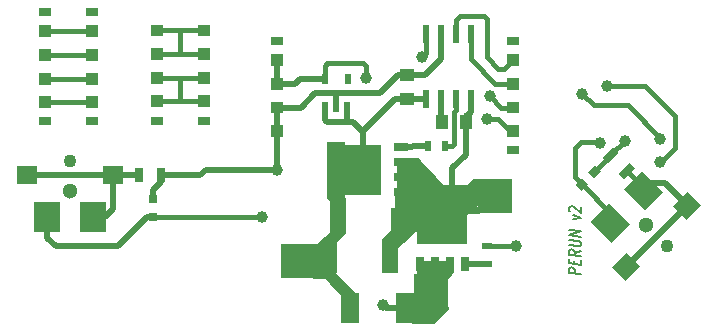
<source format=gbr>
G04 #@! TF.FileFunction,Copper,L1,Top,Signal*
%FSLAX46Y46*%
G04 Gerber Fmt 4.6, Leading zero omitted, Abs format (unit mm)*
G04 Created by KiCad (PCBNEW 4.0.0-rc2-stable) date 2016-09-06 13:17:37*
%MOMM*%
G01*
G04 APERTURE LIST*
%ADD10C,0.100000*%
%ADD11C,0.180000*%
%ADD12R,1.700000X1.600000*%
%ADD13R,2.200000X2.500000*%
%ADD14R,0.750000X0.800000*%
%ADD15R,0.500000X0.900000*%
%ADD16R,0.900000X0.500000*%
%ADD17R,1.000000X1.250000*%
%ADD18R,1.250000X1.000000*%
%ADD19C,1.300000*%
%ADD20C,1.100000*%
%ADD21R,1.000000X0.750000*%
%ADD22R,3.000000X3.000000*%
%ADD23R,1.150000X0.700000*%
%ADD24R,3.100000X4.200000*%
%ADD25R,1.500000X4.700000*%
%ADD26R,0.700000X1.150000*%
%ADD27R,4.200000X3.100000*%
%ADD28R,4.700000X1.500000*%
%ADD29R,0.600000X0.900000*%
%ADD30R,0.600000X1.520000*%
%ADD31R,1.500000X2.500000*%
%ADD32R,1.400000X2.100000*%
%ADD33R,0.700000X1.300000*%
%ADD34C,1.000000*%
%ADD35C,0.500000*%
%ADD36C,0.600000*%
%ADD37C,0.400000*%
%ADD38C,0.700000*%
G04 APERTURE END LIST*
D10*
D11*
X157202381Y-91094048D02*
X156202381Y-90969048D01*
X156202381Y-90664286D01*
X156250000Y-90594047D01*
X156297619Y-90561904D01*
X156392857Y-90535714D01*
X156535714Y-90553571D01*
X156630952Y-90603571D01*
X156678571Y-90647618D01*
X156726190Y-90729762D01*
X156726190Y-91034524D01*
X156678571Y-90228571D02*
X156678571Y-89961904D01*
X157202381Y-89913095D02*
X157202381Y-90294048D01*
X156202381Y-90169048D01*
X156202381Y-89788095D01*
X157202381Y-89113095D02*
X156726190Y-89320238D01*
X157202381Y-89570238D02*
X156202381Y-89445238D01*
X156202381Y-89140476D01*
X156250000Y-89070237D01*
X156297619Y-89038094D01*
X156392857Y-89011904D01*
X156535714Y-89029761D01*
X156630952Y-89079761D01*
X156678571Y-89123808D01*
X156726190Y-89205952D01*
X156726190Y-89510714D01*
X156202381Y-88645238D02*
X157011905Y-88746428D01*
X157107143Y-88720238D01*
X157154762Y-88688094D01*
X157202381Y-88617857D01*
X157202381Y-88465476D01*
X157154762Y-88383332D01*
X157107143Y-88339285D01*
X157011905Y-88289285D01*
X156202381Y-88188095D01*
X157202381Y-87932143D02*
X156202381Y-87807143D01*
X157202381Y-87475000D01*
X156202381Y-87350000D01*
X156535714Y-86477380D02*
X157202381Y-86370238D01*
X156535714Y-86096428D01*
X156297619Y-85799999D02*
X156250000Y-85755952D01*
X156202381Y-85673809D01*
X156202381Y-85483333D01*
X156250000Y-85413095D01*
X156297619Y-85380951D01*
X156392857Y-85354761D01*
X156488095Y-85366666D01*
X156630952Y-85422618D01*
X157202381Y-85951190D01*
X157202381Y-85455952D01*
D12*
X110350000Y-82750000D03*
X117650000Y-82750000D03*
D13*
X115950000Y-86300000D03*
X112050000Y-86300000D03*
D10*
G36*
X157301992Y-84053338D02*
X156771662Y-83523008D01*
X157337348Y-82957322D01*
X157867678Y-83487652D01*
X157301992Y-84053338D01*
X157301992Y-84053338D01*
G37*
G36*
X158362652Y-82992678D02*
X157832322Y-82462348D01*
X158398008Y-81896662D01*
X158928338Y-82426992D01*
X158362652Y-82992678D01*
X158362652Y-82992678D01*
G37*
D14*
X121000000Y-86250000D03*
X121000000Y-84750000D03*
D15*
X144250000Y-80250000D03*
X145750000Y-80250000D03*
D16*
X149250000Y-90250000D03*
X149250000Y-88750000D03*
D17*
X145500000Y-78250000D03*
X147500000Y-78250000D03*
D18*
X142500000Y-74250000D03*
X142500000Y-76250000D03*
D10*
G36*
X115350000Y-77050000D02*
X115350000Y-76050000D01*
X116350000Y-76050000D01*
X116350000Y-77050000D01*
X115350000Y-77050000D01*
X115350000Y-77050000D01*
G37*
G36*
X115350000Y-73050000D02*
X115350000Y-72050000D01*
X116350000Y-72050000D01*
X116350000Y-73050000D01*
X115350000Y-73050000D01*
X115350000Y-73050000D01*
G37*
G36*
X111350000Y-77050000D02*
X111350000Y-76050000D01*
X112350000Y-76050000D01*
X112350000Y-77050000D01*
X111350000Y-77050000D01*
X111350000Y-77050000D01*
G37*
G36*
X111350000Y-73050000D02*
X111350000Y-72050000D01*
X112350000Y-72050000D01*
X112350000Y-73050000D01*
X111350000Y-73050000D01*
X111350000Y-73050000D01*
G37*
D19*
X162725000Y-86975000D03*
D20*
X164500000Y-88750000D03*
D19*
X114000000Y-84050000D03*
D21*
X111850000Y-78175000D03*
X131500000Y-71375000D03*
X111850000Y-68925000D03*
X151500000Y-80625000D03*
X115850000Y-68925000D03*
X125325000Y-78100000D03*
X151500000Y-71375000D03*
X115850000Y-78175000D03*
X121325000Y-78100000D03*
D20*
X114000000Y-81550000D03*
D22*
X144500000Y-92500000D03*
X133250000Y-90000000D03*
X150000000Y-84500000D03*
D10*
G36*
X151000000Y-75500000D02*
X151000000Y-74500000D01*
X152000000Y-74500000D01*
X152000000Y-75500000D01*
X151000000Y-75500000D01*
X151000000Y-75500000D01*
G37*
G36*
X151000000Y-77500000D02*
X151000000Y-76500000D01*
X152000000Y-76500000D01*
X152000000Y-77500000D01*
X151000000Y-77500000D01*
X151000000Y-77500000D01*
G37*
G36*
X151000000Y-73500000D02*
X151000000Y-72500000D01*
X152000000Y-72500000D01*
X152000000Y-73500000D01*
X151000000Y-73500000D01*
X151000000Y-73500000D01*
G37*
G36*
X151000000Y-79500000D02*
X151000000Y-78500000D01*
X152000000Y-78500000D01*
X152000000Y-79500000D01*
X151000000Y-79500000D01*
X151000000Y-79500000D01*
G37*
G36*
X131000000Y-79500000D02*
X131000000Y-78500000D01*
X132000000Y-78500000D01*
X132000000Y-79500000D01*
X131000000Y-79500000D01*
X131000000Y-79500000D01*
G37*
G36*
X131000000Y-77500000D02*
X131000000Y-76500000D01*
X132000000Y-76500000D01*
X132000000Y-77500000D01*
X131000000Y-77500000D01*
X131000000Y-77500000D01*
G37*
G36*
X131000000Y-75500000D02*
X131000000Y-74500000D01*
X132000000Y-74500000D01*
X132000000Y-75500000D01*
X131000000Y-75500000D01*
X131000000Y-75500000D01*
G37*
G36*
X131000000Y-73500000D02*
X131000000Y-72500000D01*
X132000000Y-72500000D01*
X132000000Y-73500000D01*
X131000000Y-73500000D01*
X131000000Y-73500000D01*
G37*
G36*
X115350000Y-75050000D02*
X115350000Y-74050000D01*
X116350000Y-74050000D01*
X116350000Y-75050000D01*
X115350000Y-75050000D01*
X115350000Y-75050000D01*
G37*
G36*
X115350000Y-77050000D02*
X115350000Y-76050000D01*
X116350000Y-76050000D01*
X116350000Y-77050000D01*
X115350000Y-77050000D01*
X115350000Y-77050000D01*
G37*
G36*
X111350000Y-71050000D02*
X111350000Y-70050000D01*
X112350000Y-70050000D01*
X112350000Y-71050000D01*
X111350000Y-71050000D01*
X111350000Y-71050000D01*
G37*
G36*
X115350000Y-73050000D02*
X115350000Y-72050000D01*
X116350000Y-72050000D01*
X116350000Y-73050000D01*
X115350000Y-73050000D01*
X115350000Y-73050000D01*
G37*
G36*
X111350000Y-75050000D02*
X111350000Y-74050000D01*
X112350000Y-74050000D01*
X112350000Y-75050000D01*
X111350000Y-75050000D01*
X111350000Y-75050000D01*
G37*
G36*
X111350000Y-77050000D02*
X111350000Y-76050000D01*
X112350000Y-76050000D01*
X112350000Y-77050000D01*
X111350000Y-77050000D01*
X111350000Y-77050000D01*
G37*
G36*
X115350000Y-71050000D02*
X115350000Y-70050000D01*
X116350000Y-70050000D01*
X116350000Y-71050000D01*
X115350000Y-71050000D01*
X115350000Y-71050000D01*
G37*
G36*
X111350000Y-73050000D02*
X111350000Y-72050000D01*
X112350000Y-72050000D01*
X112350000Y-73050000D01*
X111350000Y-73050000D01*
X111350000Y-73050000D01*
G37*
G36*
X121825000Y-75975000D02*
X121825000Y-76975000D01*
X120825000Y-76975000D01*
X120825000Y-75975000D01*
X121825000Y-75975000D01*
X121825000Y-75975000D01*
G37*
G36*
X121825000Y-73975000D02*
X121825000Y-74975000D01*
X120825000Y-74975000D01*
X120825000Y-73975000D01*
X121825000Y-73975000D01*
X121825000Y-73975000D01*
G37*
G36*
X121825000Y-69975000D02*
X121825000Y-70975000D01*
X120825000Y-70975000D01*
X120825000Y-69975000D01*
X121825000Y-69975000D01*
X121825000Y-69975000D01*
G37*
G36*
X125825000Y-71975000D02*
X125825000Y-72975000D01*
X124825000Y-72975000D01*
X124825000Y-71975000D01*
X125825000Y-71975000D01*
X125825000Y-71975000D01*
G37*
G36*
X125825000Y-73975000D02*
X125825000Y-74975000D01*
X124825000Y-74975000D01*
X124825000Y-73975000D01*
X125825000Y-73975000D01*
X125825000Y-73975000D01*
G37*
G36*
X125825000Y-75975000D02*
X125825000Y-76975000D01*
X124825000Y-76975000D01*
X124825000Y-75975000D01*
X125825000Y-75975000D01*
X125825000Y-75975000D01*
G37*
G36*
X121825000Y-71975000D02*
X121825000Y-72975000D01*
X120825000Y-72975000D01*
X120825000Y-71975000D01*
X121825000Y-71975000D01*
X121825000Y-71975000D01*
G37*
G36*
X125825000Y-69975000D02*
X125825000Y-70975000D01*
X124825000Y-70975000D01*
X124825000Y-69975000D01*
X125825000Y-69975000D01*
X125825000Y-69975000D01*
G37*
D23*
X141975000Y-81615000D03*
X141975000Y-82885000D03*
X141975000Y-80345000D03*
X141975000Y-84155000D03*
D24*
X138800000Y-82250000D03*
D25*
X136500000Y-82250000D03*
D26*
X146135000Y-90225000D03*
X144865000Y-90225000D03*
X147405000Y-90225000D03*
X143595000Y-90225000D03*
D27*
X145500000Y-87050000D03*
D28*
X145500000Y-84750000D03*
D10*
G36*
X166266295Y-84152334D02*
X167397666Y-85283705D01*
X166195585Y-86485786D01*
X165064214Y-85354415D01*
X166266295Y-84152334D01*
X166266295Y-84152334D01*
G37*
G36*
X161104415Y-89314214D02*
X162235786Y-90445585D01*
X161033705Y-91647666D01*
X159902334Y-90516295D01*
X161104415Y-89314214D01*
X161104415Y-89314214D01*
G37*
G36*
X159654847Y-85106928D02*
X161422614Y-86874695D01*
X159866979Y-88430330D01*
X158099212Y-86662563D01*
X159654847Y-85106928D01*
X159654847Y-85106928D01*
G37*
G36*
X162412563Y-82349212D02*
X164180330Y-84116979D01*
X162624695Y-85672614D01*
X160856928Y-83904847D01*
X162412563Y-82349212D01*
X162412563Y-82349212D01*
G37*
D29*
X136500000Y-76950000D03*
X137450000Y-76950000D03*
X135550000Y-76950000D03*
X135550000Y-74550000D03*
X137500000Y-74550000D03*
D30*
X144095000Y-76240000D03*
X145365000Y-76240000D03*
X146635000Y-76240000D03*
X147905000Y-76240000D03*
X147905000Y-70760000D03*
X146635000Y-70760000D03*
X145365000Y-70760000D03*
X144095000Y-70760000D03*
D10*
G36*
X115350000Y-77050000D02*
X115350000Y-76050000D01*
X116350000Y-76050000D01*
X116350000Y-77050000D01*
X115350000Y-77050000D01*
X115350000Y-77050000D01*
G37*
G36*
X115350000Y-73050000D02*
X115350000Y-72050000D01*
X116350000Y-72050000D01*
X116350000Y-73050000D01*
X115350000Y-73050000D01*
X115350000Y-73050000D01*
G37*
G36*
X111350000Y-77050000D02*
X111350000Y-76050000D01*
X112350000Y-76050000D01*
X112350000Y-77050000D01*
X111350000Y-77050000D01*
X111350000Y-77050000D01*
G37*
G36*
X111350000Y-73050000D02*
X111350000Y-72050000D01*
X112350000Y-72050000D01*
X112350000Y-73050000D01*
X111350000Y-73050000D01*
X111350000Y-73050000D01*
G37*
D31*
X137700000Y-94000000D03*
X142300000Y-94000000D03*
D32*
X141850000Y-86500000D03*
X136650000Y-86500000D03*
X141100000Y-90000000D03*
X135900000Y-90000000D03*
D10*
G36*
X115350000Y-77050000D02*
X115350000Y-76050000D01*
X116350000Y-76050000D01*
X116350000Y-77050000D01*
X115350000Y-77050000D01*
X115350000Y-77050000D01*
G37*
G36*
X115350000Y-73050000D02*
X115350000Y-72050000D01*
X116350000Y-72050000D01*
X116350000Y-73050000D01*
X115350000Y-73050000D01*
X115350000Y-73050000D01*
G37*
G36*
X111350000Y-77050000D02*
X111350000Y-76050000D01*
X112350000Y-76050000D01*
X112350000Y-77050000D01*
X111350000Y-77050000D01*
X111350000Y-77050000D01*
G37*
G36*
X111350000Y-73050000D02*
X111350000Y-72050000D01*
X112350000Y-72050000D01*
X112350000Y-73050000D01*
X111350000Y-73050000D01*
X111350000Y-73050000D01*
G37*
D33*
X121700000Y-82750000D03*
X119800000Y-82750000D03*
D10*
G36*
X159071142Y-81240381D02*
X159990381Y-80321142D01*
X160485356Y-80816117D01*
X159566117Y-81735356D01*
X159071142Y-81240381D01*
X159071142Y-81240381D01*
G37*
G36*
X160414644Y-82583883D02*
X161333883Y-81664644D01*
X161828858Y-82159619D01*
X160909619Y-83078858D01*
X160414644Y-82583883D01*
X160414644Y-82583883D01*
G37*
D34*
X131500000Y-82250000D03*
X140500000Y-93750000D03*
X130250000Y-86250000D03*
X149250000Y-78000000D03*
X149500000Y-76000000D03*
X139000000Y-74500000D03*
X158812500Y-79987500D03*
X160950000Y-79800000D03*
X159450000Y-75200000D03*
X163925000Y-81625000D03*
X157325000Y-75825000D03*
X163950000Y-79625000D03*
X143750000Y-72750000D03*
X151750000Y-88750000D03*
D35*
X131500000Y-79000000D02*
X131500000Y-82250000D01*
X121700000Y-82750000D02*
X125000000Y-82750000D01*
X125500000Y-82250000D02*
X131500000Y-82250000D01*
X125000000Y-82750000D02*
X125500000Y-82250000D01*
X142300000Y-94000000D02*
X140750000Y-94000000D01*
X140750000Y-94000000D02*
X140500000Y-93750000D01*
X121000000Y-84750000D02*
X121000000Y-84000000D01*
X121000000Y-84000000D02*
X121700000Y-83300000D01*
X121700000Y-83300000D02*
X121700000Y-82750000D01*
X144500000Y-93750000D02*
X144500000Y-92500000D01*
X136500000Y-75750000D02*
X140250000Y-75750000D01*
X141750000Y-74250000D02*
X142500000Y-74250000D01*
X140250000Y-75750000D02*
X141750000Y-74250000D01*
X131500000Y-77000000D02*
X133500000Y-77000000D01*
X134750000Y-75750000D02*
X136500000Y-75750000D01*
X133500000Y-77000000D02*
X134750000Y-75750000D01*
X136500000Y-76950000D02*
X136500000Y-75750000D01*
X142500000Y-74250000D02*
X144000000Y-74250000D01*
X144000000Y-74250000D02*
X145365000Y-72885000D01*
X145365000Y-72885000D02*
X145365000Y-70760000D01*
X131500000Y-79000000D02*
X131500000Y-77000000D01*
D36*
X142300000Y-94000000D02*
X142750000Y-94000000D01*
X142750000Y-94000000D02*
X143200000Y-94450000D01*
X143200000Y-94450000D02*
X144800000Y-94450000D01*
X142300000Y-94000000D02*
X145050000Y-94000000D01*
X145050000Y-94000000D02*
X145375000Y-94325000D01*
X142300000Y-94000000D02*
X142300000Y-94200000D01*
X142300000Y-94200000D02*
X143050000Y-94950000D01*
X143050000Y-94950000D02*
X144750000Y-94950000D01*
X144750000Y-94950000D02*
X145375000Y-94325000D01*
X145375000Y-94325000D02*
X145700000Y-94000000D01*
X145700000Y-94000000D02*
X144500000Y-92500000D01*
X142300000Y-94000000D02*
X143000000Y-94000000D01*
X143000000Y-94000000D02*
X144500000Y-92500000D01*
X144500000Y-92500000D02*
X144500000Y-91250000D01*
X144500000Y-91250000D02*
X143950000Y-90700000D01*
X144500000Y-92500000D02*
X144500000Y-90700000D01*
X144500000Y-90700000D02*
X144400000Y-90600000D01*
X144500000Y-92500000D02*
X144500000Y-91350000D01*
X144500000Y-91350000D02*
X145250000Y-90600000D01*
X146135000Y-90225000D02*
X146075000Y-90225000D01*
X146075000Y-90225000D02*
X145350000Y-90950000D01*
X144865000Y-90225000D02*
X146135000Y-90225000D01*
X143595000Y-90225000D02*
X144865000Y-90225000D01*
X146135000Y-90225000D02*
X146135000Y-90865000D01*
X146135000Y-90865000D02*
X144500000Y-92500000D01*
X144865000Y-90225000D02*
X144865000Y-92135000D01*
X144865000Y-92135000D02*
X144500000Y-92500000D01*
X143595000Y-90225000D02*
X143595000Y-91595000D01*
X143595000Y-91595000D02*
X144500000Y-92500000D01*
D37*
X121000000Y-86250000D02*
X130250000Y-86250000D01*
X150250000Y-78000000D02*
X151250000Y-79000000D01*
X149250000Y-78000000D02*
X150250000Y-78000000D01*
X151250000Y-79000000D02*
X151500000Y-79000000D01*
X151500000Y-78750000D02*
X151500000Y-79000000D01*
X151500000Y-79000000D02*
X151500000Y-78750000D01*
D35*
X112050000Y-86300000D02*
X112050000Y-88050000D01*
X112050000Y-88050000D02*
X112750000Y-88750000D01*
X112750000Y-88750000D02*
X118000000Y-88750000D01*
X118000000Y-88750000D02*
X120500000Y-86250000D01*
X120500000Y-86250000D02*
X121000000Y-86250000D01*
D37*
X150500000Y-77000000D02*
X151500000Y-77000000D01*
X149500000Y-76000000D02*
X150500000Y-77000000D01*
D35*
X131500000Y-75000000D02*
X133000000Y-75000000D01*
X133450000Y-74550000D02*
X135550000Y-74550000D01*
X133000000Y-75000000D02*
X133450000Y-74550000D01*
D37*
X135550000Y-74550000D02*
X135550000Y-73450000D01*
X135550000Y-73450000D02*
X135750000Y-73250000D01*
X135750000Y-73250000D02*
X138750000Y-73250000D01*
X138750000Y-73250000D02*
X139000000Y-73500000D01*
X139000000Y-73500000D02*
X139000000Y-74500000D01*
D35*
X131500000Y-75000000D02*
X131500000Y-73000000D01*
D38*
X136250000Y-88950000D02*
X136250000Y-88300000D01*
X136250000Y-88300000D02*
X137000000Y-87550000D01*
D35*
X135550000Y-76950000D02*
X135550000Y-78050000D01*
X135700000Y-78200000D02*
X137450000Y-78200000D01*
X135550000Y-78050000D02*
X135700000Y-78200000D01*
X138800000Y-79050000D02*
X138800000Y-78950000D01*
X141500000Y-76250000D02*
X142500000Y-76250000D01*
X138800000Y-78950000D02*
X141500000Y-76250000D01*
X138800000Y-82250000D02*
X138800000Y-79050000D01*
X137950000Y-78200000D02*
X137450000Y-78200000D01*
X138800000Y-79050000D02*
X137950000Y-78200000D01*
X137450000Y-78200000D02*
X137450000Y-76950000D01*
X142500000Y-76250000D02*
X144085000Y-76250000D01*
X144085000Y-76250000D02*
X144095000Y-76240000D01*
D38*
X136500000Y-82250000D02*
X138800000Y-82250000D01*
X136650000Y-86500000D02*
X136650000Y-85800000D01*
X136650000Y-85800000D02*
X137000000Y-85450000D01*
X137000000Y-85450000D02*
X137000000Y-84850000D01*
X137000000Y-84850000D02*
X136750000Y-84600000D01*
X136750000Y-84600000D02*
X136500000Y-82250000D01*
X136650000Y-85800000D02*
X136300000Y-85450000D01*
X136300000Y-85450000D02*
X136300000Y-84800000D01*
X136300000Y-84800000D02*
X136100000Y-84600000D01*
X136100000Y-84600000D02*
X136500000Y-82250000D01*
X133250000Y-90000000D02*
X133600000Y-90000000D01*
X133600000Y-90000000D02*
X134750000Y-88850000D01*
X134750000Y-88850000D02*
X135850000Y-88850000D01*
X135850000Y-88850000D02*
X135900000Y-88800000D01*
X135900000Y-90000000D02*
X135900000Y-88800000D01*
X135900000Y-88800000D02*
X135850000Y-88750000D01*
X136300000Y-87550000D02*
X136300000Y-87700000D01*
X136300000Y-87700000D02*
X134750000Y-89250000D01*
X134750000Y-89250000D02*
X134750000Y-89400000D01*
X134750000Y-89400000D02*
X133250000Y-90000000D01*
X135900000Y-90000000D02*
X135900000Y-89300000D01*
X135900000Y-89300000D02*
X136250000Y-88950000D01*
X137000000Y-87550000D02*
X136650000Y-86500000D01*
X135900000Y-90000000D02*
X135900000Y-90550000D01*
X135900000Y-90550000D02*
X135300000Y-91150000D01*
X135300000Y-91150000D02*
X135700000Y-91150000D01*
X135700000Y-91150000D02*
X137300000Y-92750000D01*
X137300000Y-92750000D02*
X137700000Y-94000000D01*
X137700000Y-94000000D02*
X137700000Y-93150000D01*
X137700000Y-93150000D02*
X137300000Y-92750000D01*
X137300000Y-92750000D02*
X137700000Y-94000000D01*
X137800000Y-92750000D02*
X136100000Y-91050000D01*
X136100000Y-91050000D02*
X135900000Y-90000000D01*
X134900000Y-90150000D02*
X133400000Y-90150000D01*
X133400000Y-90150000D02*
X133250000Y-90000000D01*
X134900000Y-90700000D02*
X134900000Y-90150000D01*
X135600000Y-90000000D02*
X134900000Y-90700000D01*
X134900000Y-90150000D02*
X134750000Y-90000000D01*
X134750000Y-90000000D02*
X133250000Y-90000000D01*
X135900000Y-90000000D02*
X135600000Y-90000000D01*
X135900000Y-90000000D02*
X135350000Y-90000000D01*
X135350000Y-90000000D02*
X134750000Y-89400000D01*
X134750000Y-89400000D02*
X133250000Y-90000000D01*
X133600000Y-90000000D02*
X134750000Y-88850000D01*
X134750000Y-88850000D02*
X135900000Y-90000000D01*
X133600000Y-90000000D02*
X134750000Y-91150000D01*
X134750000Y-91150000D02*
X135300000Y-91150000D01*
X135300000Y-91150000D02*
X135900000Y-90550000D01*
D35*
X144250000Y-80250000D02*
X143000000Y-80250000D01*
X142905000Y-80345000D02*
X141975000Y-80345000D01*
X143000000Y-80250000D02*
X142905000Y-80345000D01*
X149250000Y-90250000D02*
X147430000Y-90250000D01*
X147430000Y-90250000D02*
X147405000Y-90225000D01*
X117650000Y-82750000D02*
X119800000Y-82750000D01*
X115950000Y-86300000D02*
X116950000Y-86300000D01*
X116950000Y-86300000D02*
X117650000Y-85600000D01*
X117650000Y-85600000D02*
X117650000Y-82750000D01*
X110350000Y-82750000D02*
X117650000Y-82750000D01*
D37*
X162518629Y-84010913D02*
X162518629Y-83768629D01*
X162518629Y-83768629D02*
X161121751Y-82371751D01*
D35*
X166230940Y-85319060D02*
X166230940Y-85280940D01*
X166230940Y-85280940D02*
X164350000Y-83400000D01*
X164350000Y-83400000D02*
X163129542Y-83400000D01*
X163129542Y-83400000D02*
X162518629Y-84010913D01*
X161069060Y-90480940D02*
X166230940Y-85319060D01*
D37*
X162543629Y-83835913D02*
X162543629Y-83693629D01*
X166255940Y-85144060D02*
X166255940Y-85105940D01*
X156700000Y-82885660D02*
X157319670Y-83505330D01*
X156700000Y-80450000D02*
X156700000Y-82885660D01*
X157200000Y-79950000D02*
X156700000Y-80450000D01*
X158775000Y-79950000D02*
X157200000Y-79950000D01*
X158812500Y-79987500D02*
X158775000Y-79950000D01*
X157319670Y-83505330D02*
X157319670Y-83494670D01*
X159785913Y-86593629D02*
X159785913Y-85971573D01*
X159785913Y-85971573D02*
X157319670Y-83505330D01*
X159785913Y-86593629D02*
X159785913Y-86585913D01*
X160950000Y-79800000D02*
X159778249Y-80971751D01*
X159778249Y-80971751D02*
X159778249Y-81028249D01*
X158380330Y-82444670D02*
X158380330Y-82426168D01*
X158380330Y-82426168D02*
X159778249Y-81028249D01*
X159844670Y-80994670D02*
X159855330Y-80994670D01*
X159844670Y-80994670D02*
X159844670Y-80955330D01*
X159844670Y-80994670D02*
X159844670Y-80980330D01*
X159844670Y-80994670D02*
X159830330Y-80994670D01*
D35*
X145500000Y-78250000D02*
X145500000Y-77750000D01*
X145500000Y-77750000D02*
X145365000Y-77615000D01*
X145365000Y-77615000D02*
X145365000Y-76240000D01*
X145500000Y-84750000D02*
X146350000Y-83900000D01*
X147500000Y-81000000D02*
X147500000Y-78250000D01*
X146350000Y-82150000D02*
X147500000Y-81000000D01*
X146350000Y-83900000D02*
X146350000Y-82150000D01*
X150000000Y-84500000D02*
X145750000Y-84500000D01*
X145750000Y-84500000D02*
X145500000Y-84750000D01*
X150000000Y-84500000D02*
X148050000Y-84500000D01*
X148050000Y-84500000D02*
X145500000Y-87050000D01*
X150000000Y-84500000D02*
X148850000Y-84500000D01*
X148850000Y-84500000D02*
X147900000Y-85450000D01*
X148050000Y-84500000D02*
X145500000Y-87050000D01*
X148850000Y-84500000D02*
X147900000Y-85450000D01*
X148050000Y-84500000D02*
X145500000Y-87050000D01*
X145500000Y-84750000D02*
X147200000Y-84750000D01*
X147200000Y-84750000D02*
X147900000Y-85450000D01*
X148850000Y-84500000D02*
X146300000Y-87050000D01*
X146300000Y-87050000D02*
X145500000Y-87050000D01*
X148050000Y-84500000D02*
X145500000Y-87050000D01*
X145750000Y-84750000D02*
X145500000Y-84750000D01*
X147500000Y-78250000D02*
X147500000Y-77750000D01*
X147500000Y-77750000D02*
X147905000Y-77345000D01*
X147905000Y-77345000D02*
X147905000Y-76240000D01*
D38*
X145500000Y-87050000D02*
X145500000Y-84750000D01*
X141850000Y-86500000D02*
X141850000Y-87200000D01*
X141850000Y-87200000D02*
X140750000Y-88300000D01*
X140750000Y-88300000D02*
X140750000Y-88950000D01*
X140750000Y-88950000D02*
X141100000Y-90000000D01*
X141100000Y-90000000D02*
X141100000Y-89300000D01*
X141100000Y-89300000D02*
X140750000Y-88950000D01*
X140750000Y-88950000D02*
X141100000Y-90000000D01*
X141100000Y-90000000D02*
X141450000Y-89650000D01*
X141450000Y-89650000D02*
X141450000Y-88800000D01*
X141450000Y-88800000D02*
X143150000Y-87100000D01*
X143150000Y-87100000D02*
X143150000Y-87050000D01*
X141100000Y-90000000D02*
X141100000Y-88750000D01*
X141100000Y-88750000D02*
X142250000Y-87600000D01*
X142600000Y-86500000D02*
X142600000Y-86000000D01*
X142750000Y-85850000D02*
X142750000Y-85400000D01*
X142600000Y-86000000D02*
X142750000Y-85850000D01*
X141850000Y-86500000D02*
X142600000Y-86500000D01*
X143150000Y-85950000D02*
X143300000Y-85800000D01*
X143150000Y-87050000D02*
X143150000Y-85950000D01*
X142600000Y-86500000D02*
X143150000Y-87050000D01*
X141850000Y-86500000D02*
X143200000Y-86500000D01*
X143200000Y-86500000D02*
X143400000Y-86700000D01*
X143400000Y-86700000D02*
X145500000Y-87050000D01*
X141850000Y-86500000D02*
X142550000Y-87200000D01*
X142550000Y-87200000D02*
X145350000Y-87200000D01*
X145350000Y-87200000D02*
X145500000Y-87050000D01*
X141850000Y-86500000D02*
X141850000Y-86300000D01*
X141850000Y-86300000D02*
X142750000Y-85400000D01*
X142750000Y-85400000D02*
X143050000Y-85100000D01*
X143050000Y-85100000D02*
X143050000Y-84950000D01*
X142300000Y-85100000D02*
X142300000Y-84550000D01*
X141850000Y-86500000D02*
X141850000Y-85550000D01*
X141850000Y-85550000D02*
X142300000Y-85100000D01*
X142300000Y-85100000D02*
X142850000Y-84550000D01*
X141850000Y-86500000D02*
X141850000Y-86150000D01*
X141850000Y-86150000D02*
X143050000Y-84950000D01*
X143050000Y-84950000D02*
X143250000Y-84750000D01*
X143250000Y-84750000D02*
X145500000Y-84750000D01*
X141850000Y-86500000D02*
X141850000Y-84280000D01*
X141850000Y-84280000D02*
X141975000Y-84155000D01*
X147600000Y-83900000D02*
X145500000Y-83900000D01*
X141975000Y-84155000D02*
X142095000Y-84155000D01*
X142095000Y-84155000D02*
X142500000Y-83750000D01*
X142500000Y-83750000D02*
X144850000Y-83750000D01*
X143315000Y-81615000D02*
X143315000Y-81715000D01*
X143315000Y-81715000D02*
X145500000Y-83900000D01*
X145500000Y-83900000D02*
X145500000Y-84750000D01*
X143200000Y-81730000D02*
X143200000Y-82885000D01*
X141975000Y-82885000D02*
X141975000Y-81615000D01*
X141975000Y-81615000D02*
X143315000Y-81615000D01*
X143315000Y-81615000D02*
X143200000Y-81730000D01*
X143200000Y-81730000D02*
X143200000Y-82300000D01*
X141975000Y-82300000D02*
X143200000Y-82300000D01*
X143200000Y-82300000D02*
X143230000Y-82300000D01*
X143230000Y-82300000D02*
X143815000Y-82885000D01*
X141975000Y-82885000D02*
X143200000Y-82885000D01*
X143200000Y-82885000D02*
X143815000Y-82885000D01*
X143815000Y-82885000D02*
X143900000Y-82800000D01*
X141975000Y-84155000D02*
X141975000Y-83625000D01*
X142350000Y-83250000D02*
X144450000Y-83250000D01*
X141975000Y-83625000D02*
X142350000Y-83250000D01*
X141975000Y-84155000D02*
X141975000Y-84025000D01*
X141975000Y-81615000D02*
X143315000Y-81615000D01*
X141975000Y-82885000D02*
X141975000Y-82300000D01*
X141975000Y-82300000D02*
X141975000Y-81615000D01*
X141975000Y-82885000D02*
X141975000Y-84155000D01*
X141975000Y-84155000D02*
X144905000Y-84155000D01*
X144905000Y-84155000D02*
X145500000Y-84750000D01*
D36*
X147900000Y-85450000D02*
X147900000Y-84350000D01*
X148300000Y-83950000D02*
X147900000Y-84350000D01*
X148300000Y-83750000D02*
X149050000Y-84500000D01*
X148300000Y-83750000D02*
X148300000Y-83950000D01*
X147900000Y-85450000D02*
X147900000Y-85150000D01*
X147900000Y-85150000D02*
X147900000Y-85450000D01*
X150000000Y-84500000D02*
X149050000Y-84500000D01*
X145500000Y-84750000D02*
X148100000Y-84750000D01*
X148100000Y-84750000D02*
X148450000Y-84400000D01*
X148450000Y-84400000D02*
X148450000Y-84100000D01*
X148850000Y-84500000D02*
X147900000Y-85450000D01*
X147900000Y-85450000D02*
X147650000Y-85700000D01*
X150000000Y-84500000D02*
X149700000Y-84500000D01*
X149700000Y-84500000D02*
X148500000Y-85700000D01*
X148500000Y-85700000D02*
X147650000Y-85700000D01*
X147650000Y-85700000D02*
X146850000Y-85700000D01*
X146850000Y-85700000D02*
X145500000Y-87050000D01*
X145500000Y-84750000D02*
X146750000Y-84750000D01*
X146750000Y-84750000D02*
X147600000Y-83900000D01*
X147600000Y-83900000D02*
X148200000Y-83300000D01*
X148200000Y-83300000D02*
X148500000Y-83300000D01*
X148500000Y-83300000D02*
X150000000Y-84500000D01*
D37*
X115850000Y-76550000D02*
X111850000Y-76550000D01*
X115850000Y-76550000D02*
X111850000Y-76550000D01*
X115850000Y-76550000D02*
X111850000Y-76550000D01*
X115850000Y-76550000D02*
X111850000Y-76550000D01*
X115850000Y-72550000D02*
X111850000Y-72550000D01*
X115850000Y-72550000D02*
X111850000Y-72550000D01*
X115850000Y-72550000D02*
X111850000Y-72550000D01*
X115850000Y-72550000D02*
X111850000Y-72550000D01*
X123325000Y-74475000D02*
X123325000Y-76475000D01*
X121325000Y-74475000D02*
X123325000Y-74475000D01*
X123325000Y-74475000D02*
X125325000Y-74475000D01*
X121325000Y-74475000D02*
X125325000Y-74475000D01*
X121325000Y-74475000D02*
X125325000Y-74475000D01*
X121325000Y-74475000D02*
X125325000Y-74475000D01*
X121325000Y-76475000D02*
X123325000Y-76475000D01*
X123325000Y-76475000D02*
X125325000Y-76475000D01*
X121325000Y-76475000D02*
X125325000Y-76475000D01*
X121325000Y-76475000D02*
X125325000Y-76475000D01*
X121325000Y-76475000D02*
X125325000Y-76475000D01*
X123325000Y-70475000D02*
X123325000Y-72475000D01*
X121325000Y-70475000D02*
X123325000Y-70475000D01*
X123325000Y-70475000D02*
X125325000Y-70475000D01*
X121325000Y-70475000D02*
X125325000Y-70475000D01*
X121325000Y-70475000D02*
X125325000Y-70475000D01*
X121325000Y-70475000D02*
X125325000Y-70475000D01*
X121325000Y-72475000D02*
X123325000Y-72475000D01*
X123325000Y-72475000D02*
X125325000Y-72475000D01*
X121325000Y-72475000D02*
X125325000Y-72475000D01*
X121325000Y-72475000D02*
X125325000Y-72475000D01*
X121325000Y-72475000D02*
X125325000Y-72475000D01*
X163925000Y-81625000D02*
X164025000Y-81625000D01*
X162700000Y-75200000D02*
X159450000Y-75200000D01*
X165200000Y-77700000D02*
X162700000Y-75200000D01*
X165200000Y-80450000D02*
X165200000Y-77700000D01*
X164025000Y-81625000D02*
X165200000Y-80450000D01*
X163950000Y-81700000D02*
X163950000Y-81650000D01*
X163950000Y-81650000D02*
X163925000Y-81625000D01*
X161225000Y-76825000D02*
X158325000Y-76825000D01*
X164025000Y-79625000D02*
X161225000Y-76825000D01*
X158325000Y-76825000D02*
X157325000Y-75825000D01*
X163950000Y-79625000D02*
X164025000Y-79625000D01*
D35*
X164025000Y-79625000D02*
X163975000Y-79575000D01*
X163975000Y-79575000D02*
X164025000Y-79625000D01*
D37*
X147905000Y-70760000D02*
X147905000Y-72905000D01*
X150000000Y-75000000D02*
X151500000Y-75000000D01*
X147905000Y-72905000D02*
X150000000Y-75000000D01*
X146635000Y-70760000D02*
X146635000Y-69615000D01*
X150750000Y-73750000D02*
X151500000Y-73000000D01*
X150239952Y-73750000D02*
X150750000Y-73750000D01*
X149250000Y-72760048D02*
X150239952Y-73750000D01*
X149250000Y-69500000D02*
X149250000Y-72760048D01*
X149000000Y-69250000D02*
X149250000Y-69500000D01*
X147000000Y-69250000D02*
X149000000Y-69250000D01*
X146635000Y-69615000D02*
X147000000Y-69250000D01*
D35*
X151500000Y-73250000D02*
X151500000Y-73000000D01*
D37*
X111850000Y-74550000D02*
X115850000Y-74550000D01*
X115850000Y-70550000D02*
X111850000Y-70550000D01*
X146635000Y-76240000D02*
X146635000Y-77215000D01*
X146300000Y-80250000D02*
X145750000Y-80250000D01*
X146500000Y-80050000D02*
X146300000Y-80250000D01*
X146500000Y-77350000D02*
X146500000Y-80050000D01*
X146635000Y-77215000D02*
X146500000Y-77350000D01*
X149250000Y-88750000D02*
X151750000Y-88750000D01*
X144095000Y-72405000D02*
X144095000Y-70760000D01*
X143750000Y-72750000D02*
X144095000Y-72405000D01*
M02*

</source>
